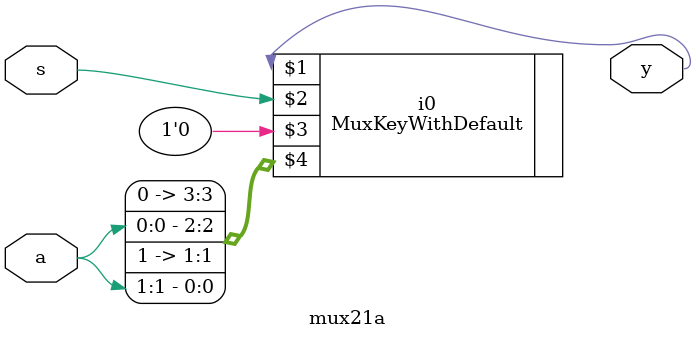
<source format=v>
module mux21a(
        input [1:0]  a,
        input s,
        output  y
    );

    MuxKeyWithDefault #(2, 1, 1) i0 (y, s, 1'b0, {
                                         1'b0, a[0],
                                         1'b1, a[1]
                                     });
endmodule

</source>
